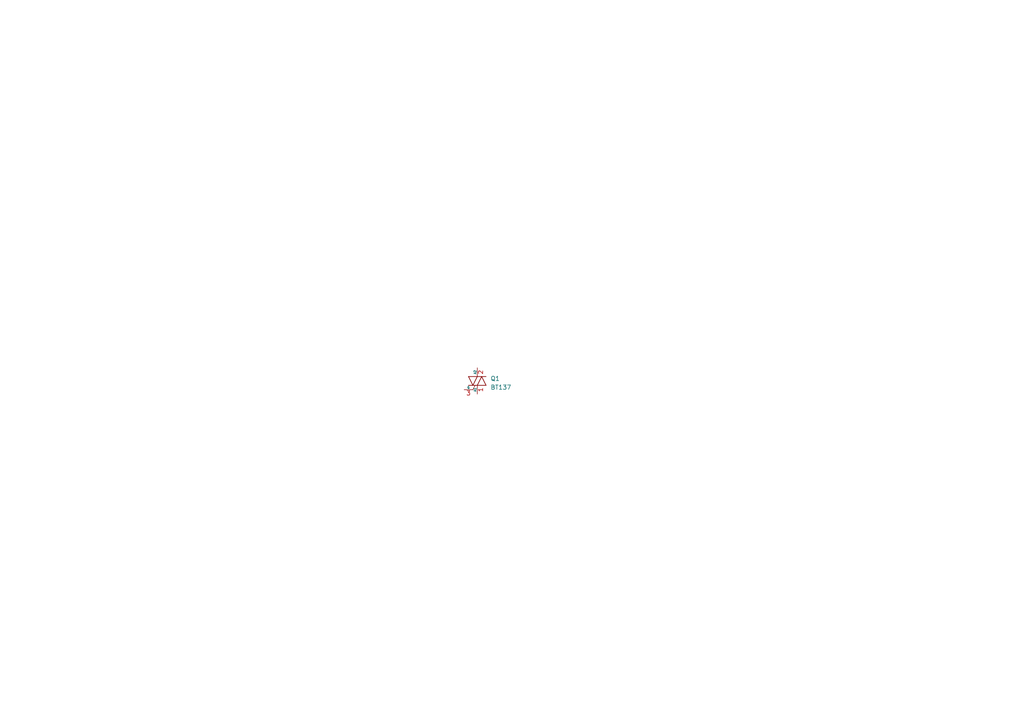
<source format=kicad_sch>
(kicad_sch (version 20230121) (generator eeschema)
  (paper "A4")
  (lib_symbols
    (symbol "BT137:BT137" (pin_names (offset 0))
      (property "Reference" "Q" (at 5.08 1.905 0))
      (property "Value" "BT137" (at 5.08 0 0))
      (symbol "BT137_0_1"
        (polyline (pts (xy -2.54 -1.27) (xy 2.54 -1.27)) (stroke (width 0.2032)))
        (polyline (pts (xy -2.54 1.27) (xy 2.54 1.27)) (stroke (width 0.2032)))
        (polyline (pts (xy -1.27 -2.54) (xy -0.635 -1.27)))
        (polyline (pts (xy -2.54 1.27) (xy -1.27 -1.27) (xy 0 1.27)) (stroke (width 0.2032)))
        (polyline (pts (xy 0 -1.27) (xy 1.27 1.27) (xy 2.54 -1.27)) (stroke (width 0.2032)))
      )
      (symbol "BT137_1_1"
        (pin passive line (at 0 -3.81 90) (length 2.54) (name "A1") (number "1"))
        (pin passive line (at 0 3.81 270) (length 2.54) (name "A2") (number "2"))
        (pin input line (at -3.81 -2.54 0) (length 2.54) (name "G") (number "3"))
      )
    )
  )
  (symbol (lib_id "BT137:BT137") (at 138.43 110.49 0) (unit 1)
    (property "Reference" "Q1" (at 142.24 109.8042 0) (effects (justify left)))
    (property "Value" "BT137" (at 142.24 112.3442 0) (effects (justify left)))
    (property "Footprint" "Package_TO_SOT_SMD:TO-252-2" (effects hide))
  )
)
</source>
